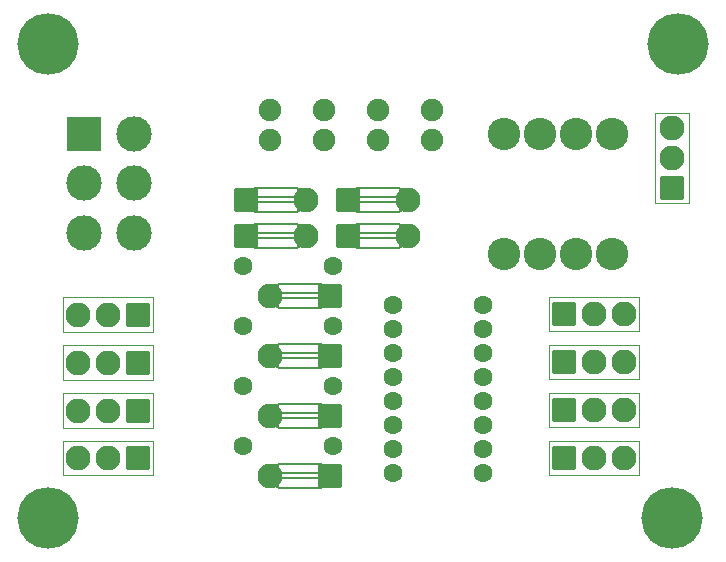
<source format=gbs>
G04 Layer_Color=16711935*
%FSLAX44Y44*%
%MOMM*%
G71*
G01*
G75*
%ADD11C,0.1270*%
%ADD12C,0.0762*%
%ADD28C,2.1082*%
G04:AMPARAMS|DCode=29|XSize=2.1082mm|YSize=2.1082mm|CornerRadius=0.3397mm|HoleSize=0mm|Usage=FLASHONLY|Rotation=180.000|XOffset=0mm|YOffset=0mm|HoleType=Round|Shape=RoundedRectangle|*
%AMROUNDEDRECTD29*
21,1,2.1082,1.4287,0,0,180.0*
21,1,1.4287,2.1082,0,0,180.0*
1,1,0.6795,-0.7144,0.7144*
1,1,0.6795,0.7144,0.7144*
1,1,0.6795,0.7144,-0.7144*
1,1,0.6795,-0.7144,-0.7144*
%
%ADD29ROUNDEDRECTD29*%
G04:AMPARAMS|DCode=30|XSize=2.1082mm|YSize=2.1082mm|CornerRadius=0.3397mm|HoleSize=0mm|Usage=FLASHONLY|Rotation=90.000|XOffset=0mm|YOffset=0mm|HoleType=Round|Shape=RoundedRectangle|*
%AMROUNDEDRECTD30*
21,1,2.1082,1.4287,0,0,90.0*
21,1,1.4287,2.1082,0,0,90.0*
1,1,0.6795,0.7144,0.7144*
1,1,0.6795,0.7144,-0.7144*
1,1,0.6795,-0.7144,-0.7144*
1,1,0.6795,-0.7144,0.7144*
%
%ADD30ROUNDEDRECTD30*%
%ADD31C,5.2032*%
%ADD32C,1.6032*%
%ADD34C,1.9032*%
%ADD35R,3.0032X3.0032*%
%ADD36C,3.0032*%
%ADD37C,2.7432*%
D11*
X511084Y1068946D02*
G03*
X508403Y1063887I3354J-5018D01*
G01*
X508400Y1059550D02*
G03*
X511036Y1054536I6035J-27D01*
G01*
X558400Y1063890D02*
G03*
X555764Y1068904I-6035J27D01*
G01*
X555716Y1054494D02*
G03*
X558397Y1059553I-3354J5018D01*
G01*
X552073Y1071073D02*
G03*
X551400Y1071749I-899J-222D01*
G01*
X551590Y1063749D02*
G03*
X552073Y1071073I-109299J10891D01*
G01*
X515210Y1063749D02*
G03*
X514727Y1071073I-1662643J-106042D01*
G01*
X515400Y1071749D02*
G03*
X514727Y1071073I234J-906D01*
G01*
X551590Y1059691D02*
G03*
X552073Y1052367I1664497J106165D01*
G01*
X551400Y1051691D02*
G03*
X552073Y1052367I-234J906D01*
G01*
X514727Y1052367D02*
G03*
X515400Y1051691I899J222D01*
G01*
X515210Y1059691D02*
G03*
X514727Y1052367I109299J-10891D01*
G01*
X513867Y1063749D02*
G03*
X510900Y1066954I-13254J-9298D01*
G01*
X515400Y1071749D02*
G03*
X510900Y1067249I0J-4500D01*
G01*
X551400Y1051691D02*
G03*
X555900Y1056191I0J4500D01*
G01*
Y1067249D02*
G03*
X551400Y1071749I-4500J0D01*
G01*
X510900Y1056191D02*
G03*
X515400Y1051691I4500J0D01*
G01*
X508400Y1064720D02*
G03*
X508400Y1058720I0J-3000D01*
G01*
X558400D02*
G03*
X558400Y1064720I0J3000D01*
G01*
X424724Y1038466D02*
G03*
X422043Y1033407I3354J-5018D01*
G01*
X422040Y1029070D02*
G03*
X424676Y1024056I6035J-27D01*
G01*
X472040Y1033410D02*
G03*
X469404Y1038424I-6035J27D01*
G01*
X469356Y1024014D02*
G03*
X472037Y1029073I-3354J5018D01*
G01*
X465713Y1040593D02*
G03*
X465040Y1041269I-899J-222D01*
G01*
X465230Y1033269D02*
G03*
X465713Y1040593I-109299J10891D01*
G01*
X428850Y1033269D02*
G03*
X428367Y1040593I-1662643J-106042D01*
G01*
X429040Y1041269D02*
G03*
X428367Y1040593I234J-906D01*
G01*
X465230Y1029211D02*
G03*
X465713Y1021887I1664497J106165D01*
G01*
X465040Y1021211D02*
G03*
X465713Y1021887I-234J906D01*
G01*
X428367Y1021887D02*
G03*
X429040Y1021211I899J222D01*
G01*
X428850Y1029211D02*
G03*
X428367Y1021887I109299J-10891D01*
G01*
X427507Y1033269D02*
G03*
X424540Y1036473I-13254J-9298D01*
G01*
X429040Y1041269D02*
G03*
X424540Y1036769I0J-4500D01*
G01*
X465040Y1021211D02*
G03*
X469540Y1025711I0J4500D01*
G01*
Y1036769D02*
G03*
X465040Y1041269I-4500J0D01*
G01*
X424540Y1025711D02*
G03*
X429040Y1021211I4500J0D01*
G01*
X422040Y1034240D02*
G03*
X422040Y1028240I0J-3000D01*
G01*
X472040D02*
G03*
X472040Y1034240I0J3000D01*
G01*
X511084Y1038466D02*
G03*
X508403Y1033407I3354J-5018D01*
G01*
X508400Y1029070D02*
G03*
X511036Y1024056I6035J-27D01*
G01*
X558400Y1033410D02*
G03*
X555764Y1038424I-6035J27D01*
G01*
X555716Y1024014D02*
G03*
X558397Y1029073I-3354J5018D01*
G01*
X552073Y1040593D02*
G03*
X551400Y1041269I-899J-222D01*
G01*
X551590Y1033269D02*
G03*
X552073Y1040593I-109299J10891D01*
G01*
X515210Y1033269D02*
G03*
X514727Y1040593I-1662643J-106042D01*
G01*
X515400Y1041269D02*
G03*
X514727Y1040593I234J-906D01*
G01*
X551590Y1029211D02*
G03*
X552073Y1021887I1664497J106165D01*
G01*
X551400Y1021211D02*
G03*
X552073Y1021887I-234J906D01*
G01*
X514727Y1021887D02*
G03*
X515400Y1021211I899J222D01*
G01*
X515210Y1029211D02*
G03*
X514727Y1021887I109299J-10891D01*
G01*
X513867Y1033269D02*
G03*
X510900Y1036473I-13254J-9298D01*
G01*
X515400Y1041269D02*
G03*
X510900Y1036769I0J-4500D01*
G01*
X551400Y1021211D02*
G03*
X555900Y1025711I0J4500D01*
G01*
Y1036769D02*
G03*
X551400Y1041269I-4500J0D01*
G01*
X510900Y1025711D02*
G03*
X515400Y1021211I4500J0D01*
G01*
X508400Y1034240D02*
G03*
X508400Y1028240I0J-3000D01*
G01*
X558400D02*
G03*
X558400Y1034240I0J3000D01*
G01*
X424724Y1068946D02*
G03*
X422043Y1063887I3354J-5018D01*
G01*
X422040Y1059550D02*
G03*
X424676Y1054536I6035J-27D01*
G01*
X472040Y1063890D02*
G03*
X469404Y1068904I-6035J27D01*
G01*
X469356Y1054494D02*
G03*
X472037Y1059553I-3354J5018D01*
G01*
X465713Y1071073D02*
G03*
X465040Y1071749I-899J-222D01*
G01*
X465230Y1063749D02*
G03*
X465713Y1071073I-109299J10891D01*
G01*
X428850Y1063749D02*
G03*
X428367Y1071073I-1662643J-106042D01*
G01*
X429040Y1071749D02*
G03*
X428367Y1071073I234J-906D01*
G01*
X465230Y1059691D02*
G03*
X465713Y1052367I1664497J106165D01*
G01*
X465040Y1051691D02*
G03*
X465713Y1052367I-234J906D01*
G01*
X428367Y1052367D02*
G03*
X429040Y1051691I899J222D01*
G01*
X428850Y1059691D02*
G03*
X428367Y1052367I109299J-10891D01*
G01*
X427507Y1063749D02*
G03*
X424540Y1066954I-13254J-9298D01*
G01*
X429040Y1071749D02*
G03*
X424540Y1067249I0J-4500D01*
G01*
X465040Y1051691D02*
G03*
X469540Y1056191I0J4500D01*
G01*
Y1067249D02*
G03*
X465040Y1071749I-4500J0D01*
G01*
X424540Y1056191D02*
G03*
X429040Y1051691I4500J0D01*
G01*
X422040Y1064720D02*
G03*
X422040Y1058720I0J-3000D01*
G01*
X472040D02*
G03*
X472040Y1064720I0J3000D01*
G01*
X489676Y871614D02*
G03*
X492357Y876673I-3354J5018D01*
G01*
X492360Y881010D02*
G03*
X489724Y886024I-6035J27D01*
G01*
X442360Y876670D02*
G03*
X444996Y871656I6035J-27D01*
G01*
X445044Y886066D02*
G03*
X442363Y881007I3354J-5018D01*
G01*
X448687Y869487D02*
G03*
X449360Y868811I899J222D01*
G01*
X449170Y876811D02*
G03*
X448687Y869487I109299J-10891D01*
G01*
X485550Y876811D02*
G03*
X486033Y869487I1662643J106042D01*
G01*
X485360Y868811D02*
G03*
X486033Y869487I-234J906D01*
G01*
X449170Y880869D02*
G03*
X448687Y888193I-1664497J-106165D01*
G01*
X449360Y888869D02*
G03*
X448687Y888193I234J-906D01*
G01*
X486033Y888193D02*
G03*
X485360Y888869I-899J-222D01*
G01*
X485550Y880869D02*
G03*
X486033Y888193I-109299J10891D01*
G01*
X486893Y876811D02*
G03*
X489860Y873606I13254J9298D01*
G01*
X485360Y868811D02*
G03*
X489860Y873311I0J4500D01*
G01*
X449360Y888869D02*
G03*
X444860Y884369I0J-4500D01*
G01*
Y873311D02*
G03*
X449360Y868811I4500J0D01*
G01*
X489860Y884369D02*
G03*
X485360Y888869I-4500J0D01*
G01*
X492360Y875840D02*
G03*
X492360Y881840I0J3000D01*
G01*
X442360D02*
G03*
X442360Y875840I0J-3000D01*
G01*
X489676Y820814D02*
G03*
X492357Y825873I-3354J5018D01*
G01*
X492360Y830210D02*
G03*
X489724Y835224I-6035J27D01*
G01*
X442360Y825870D02*
G03*
X444996Y820856I6035J-27D01*
G01*
X445044Y835266D02*
G03*
X442363Y830207I3354J-5018D01*
G01*
X448687Y818687D02*
G03*
X449360Y818011I899J222D01*
G01*
X449170Y826011D02*
G03*
X448687Y818687I109299J-10891D01*
G01*
X485550Y826011D02*
G03*
X486033Y818687I1662643J106042D01*
G01*
X485360Y818011D02*
G03*
X486033Y818687I-234J906D01*
G01*
X449170Y830069D02*
G03*
X448687Y837393I-1664497J-106165D01*
G01*
X449360Y838069D02*
G03*
X448687Y837393I234J-906D01*
G01*
X486033Y837393D02*
G03*
X485360Y838069I-899J-222D01*
G01*
X485550Y830069D02*
G03*
X486033Y837393I-109299J10891D01*
G01*
X486893Y826011D02*
G03*
X489860Y822806I13254J9298D01*
G01*
X485360Y818011D02*
G03*
X489860Y822511I0J4500D01*
G01*
X449360Y838069D02*
G03*
X444860Y833569I0J-4500D01*
G01*
Y822511D02*
G03*
X449360Y818011I4500J0D01*
G01*
X489860Y833569D02*
G03*
X485360Y838069I-4500J0D01*
G01*
X492360Y825040D02*
G03*
X492360Y831040I0J3000D01*
G01*
X442360D02*
G03*
X442360Y825040I0J-3000D01*
G01*
X489676Y922414D02*
G03*
X492357Y927473I-3354J5018D01*
G01*
X492360Y931810D02*
G03*
X489724Y936824I-6035J27D01*
G01*
X442360Y927470D02*
G03*
X444996Y922456I6035J-27D01*
G01*
X445044Y936866D02*
G03*
X442363Y931807I3354J-5018D01*
G01*
X448687Y920287D02*
G03*
X449360Y919611I899J222D01*
G01*
X449170Y927611D02*
G03*
X448687Y920287I109299J-10891D01*
G01*
X485550Y927611D02*
G03*
X486033Y920287I1662643J106042D01*
G01*
X485360Y919611D02*
G03*
X486033Y920287I-234J906D01*
G01*
X449170Y931669D02*
G03*
X448687Y938993I-1664497J-106165D01*
G01*
X449360Y939669D02*
G03*
X448687Y938993I234J-906D01*
G01*
X486033Y938993D02*
G03*
X485360Y939669I-899J-222D01*
G01*
X485550Y931669D02*
G03*
X486033Y938993I-109299J10891D01*
G01*
X486893Y927611D02*
G03*
X489860Y924407I13254J9298D01*
G01*
X485360Y919611D02*
G03*
X489860Y924111I0J4500D01*
G01*
X449360Y939669D02*
G03*
X444860Y935169I0J-4500D01*
G01*
Y924111D02*
G03*
X449360Y919611I4500J0D01*
G01*
X489860Y935169D02*
G03*
X485360Y939669I-4500J0D01*
G01*
X492360Y926640D02*
G03*
X492360Y932640I0J3000D01*
G01*
X442360D02*
G03*
X442360Y926640I0J-3000D01*
G01*
X489676Y973214D02*
G03*
X492357Y978273I-3354J5018D01*
G01*
X492360Y982610D02*
G03*
X489724Y987624I-6035J27D01*
G01*
X442360Y978270D02*
G03*
X444996Y973256I6035J-27D01*
G01*
X445044Y987666D02*
G03*
X442363Y982607I3354J-5018D01*
G01*
X448687Y971087D02*
G03*
X449360Y970411I899J222D01*
G01*
X449170Y978411D02*
G03*
X448687Y971087I109299J-10891D01*
G01*
X485550Y978411D02*
G03*
X486033Y971087I1662643J106042D01*
G01*
X485360Y970411D02*
G03*
X486033Y971087I-234J906D01*
G01*
X449170Y982469D02*
G03*
X448687Y989793I-1664497J-106165D01*
G01*
X449360Y990469D02*
G03*
X448687Y989793I234J-906D01*
G01*
X486033Y989793D02*
G03*
X485360Y990469I-899J-222D01*
G01*
X485550Y982469D02*
G03*
X486033Y989793I-109299J10891D01*
G01*
X486893Y978411D02*
G03*
X489860Y975207I13254J9298D01*
G01*
X485360Y970411D02*
G03*
X489860Y974911I0J4500D01*
G01*
X449360Y990469D02*
G03*
X444860Y985969I0J-4500D01*
G01*
Y974911D02*
G03*
X449360Y970411I4500J0D01*
G01*
X489860Y985969D02*
G03*
X485360Y990469I-4500J0D01*
G01*
X492360Y977440D02*
G03*
X492360Y983440I0J3000D01*
G01*
X442360D02*
G03*
X442360Y977440I0J-3000D01*
G01*
X511082Y1054495D02*
X511150Y1054448D01*
X511353Y1054299D01*
X511101Y1068958D02*
X511340Y1069130D01*
X511085Y1068946D02*
X511101Y1068958D01*
X555650Y1068991D02*
X555721Y1068948D01*
X555447Y1069141D02*
X555650Y1068991D01*
X555460Y1054310D02*
X555699Y1054482D01*
X555715Y1054494D01*
X552933Y1059690D02*
X552962Y1059493D01*
X553068Y1059260D01*
X553257Y1059007D01*
X553466Y1058793D01*
X554133Y1058231D01*
X554745Y1057754D01*
X555265Y1057325D01*
X555647Y1056952D01*
X555835Y1056696D01*
X555900Y1056487D01*
X555801Y1066687D02*
X555900Y1066953D01*
X555499Y1066333D02*
X555801Y1066687D01*
X554969Y1065866D02*
X555499Y1066333D01*
X554234Y1065288D02*
X554969Y1065866D01*
X553855Y1064988D02*
X554234Y1065288D01*
X553464Y1064645D02*
X553855Y1064988D01*
X553231Y1064403D02*
X553464Y1064645D01*
X553023Y1064100D02*
X553231Y1064403D01*
X552950Y1063904D02*
X553023Y1064100D01*
X552933Y1063749D02*
X552950Y1063904D01*
X510900Y1056487D02*
X510925Y1056609D01*
X510999Y1056753D01*
X511125Y1056920D01*
X511301Y1057107D01*
X511540Y1057329D01*
X511831Y1057574D01*
X512176Y1057849D01*
X512566Y1058152D01*
X512942Y1058451D01*
X513336Y1058795D01*
X513454Y1058912D01*
X513569Y1059038D01*
X513679Y1059178D01*
X513777Y1059341D01*
X513818Y1059434D01*
X513850Y1059536D01*
X513863Y1059612D01*
X513867Y1059690D01*
X508400Y1059550D02*
X508403Y1063887D01*
X558397Y1059553D02*
X558400Y1063890D01*
X513867Y1063749D02*
X552933D01*
X515400Y1071749D02*
X551400D01*
X515400Y1051691D02*
X551400D01*
X513867Y1059690D02*
X552933D01*
X551590D02*
Y1063749D01*
X515210Y1059690D02*
Y1063749D01*
X513867Y1059690D02*
Y1063749D01*
X552933Y1059690D02*
Y1063749D01*
X555900Y1056190D02*
Y1067250D01*
X510900Y1056190D02*
Y1067250D01*
X424721Y1024015D02*
X424790Y1023969D01*
X424993Y1023819D01*
X424741Y1038477D02*
X424980Y1038650D01*
X424725Y1038466D02*
X424741Y1038477D01*
X469290Y1038512D02*
X469361Y1038468D01*
X469087Y1038661D02*
X469290Y1038512D01*
X469100Y1023830D02*
X469339Y1024003D01*
X469355Y1024014D01*
X466573Y1029211D02*
X466602Y1029013D01*
X466708Y1028780D01*
X466897Y1028527D01*
X467106Y1028313D01*
X467774Y1027750D01*
X468385Y1027274D01*
X468905Y1026845D01*
X469287Y1026472D01*
X469475Y1026216D01*
X469540Y1026007D01*
X469441Y1036207D02*
X469540Y1036473D01*
X469140Y1035853D02*
X469441Y1036207D01*
X468609Y1035386D02*
X469140Y1035853D01*
X467874Y1034808D02*
X468609Y1035386D01*
X467495Y1034509D02*
X467874Y1034808D01*
X467104Y1034165D02*
X467495Y1034509D01*
X466871Y1033923D02*
X467104Y1034165D01*
X466663Y1033620D02*
X466871Y1033923D01*
X466590Y1033424D02*
X466663Y1033620D01*
X466573Y1033270D02*
X466590Y1033424D01*
X424540Y1026007D02*
X424565Y1026130D01*
X424639Y1026273D01*
X424765Y1026440D01*
X424940Y1026627D01*
X425180Y1026849D01*
X425471Y1027094D01*
X425816Y1027368D01*
X426206Y1027672D01*
X426582Y1027971D01*
X426977Y1028315D01*
X427094Y1028432D01*
X427209Y1028558D01*
X427319Y1028699D01*
X427417Y1028860D01*
X427458Y1028953D01*
X427490Y1029056D01*
X427503Y1029132D01*
X427507Y1029211D01*
X422040Y1029070D02*
X422043Y1033407D01*
X472037Y1029073D02*
X472040Y1033410D01*
X427507Y1033270D02*
X466573D01*
X429040Y1041269D02*
X465040D01*
X429040Y1021211D02*
X465040D01*
X427507Y1029211D02*
X466573D01*
X465230D02*
Y1033270D01*
X428850Y1029211D02*
Y1033270D01*
X427507Y1029211D02*
Y1033270D01*
X466573Y1029211D02*
Y1033270D01*
X469540Y1025710D02*
Y1036770D01*
X424540Y1025710D02*
Y1036770D01*
X511082Y1024015D02*
X511150Y1023969D01*
X511353Y1023819D01*
X511101Y1038477D02*
X511340Y1038650D01*
X511085Y1038466D02*
X511101Y1038477D01*
X555650Y1038512D02*
X555721Y1038468D01*
X555447Y1038661D02*
X555650Y1038512D01*
X555460Y1023830D02*
X555699Y1024003D01*
X555715Y1024014D01*
X552933Y1029211D02*
X552962Y1029013D01*
X553068Y1028780D01*
X553257Y1028527D01*
X553466Y1028313D01*
X554133Y1027750D01*
X554745Y1027274D01*
X555265Y1026845D01*
X555647Y1026472D01*
X555835Y1026216D01*
X555900Y1026007D01*
X555801Y1036207D02*
X555900Y1036473D01*
X555499Y1035853D02*
X555801Y1036207D01*
X554969Y1035386D02*
X555499Y1035853D01*
X554234Y1034808D02*
X554969Y1035386D01*
X553855Y1034509D02*
X554234Y1034808D01*
X553464Y1034165D02*
X553855Y1034509D01*
X553231Y1033923D02*
X553464Y1034165D01*
X553023Y1033620D02*
X553231Y1033923D01*
X552950Y1033424D02*
X553023Y1033620D01*
X552933Y1033270D02*
X552950Y1033424D01*
X510900Y1026007D02*
X510925Y1026130D01*
X510999Y1026273D01*
X511125Y1026440D01*
X511301Y1026627D01*
X511540Y1026849D01*
X511831Y1027094D01*
X512176Y1027368D01*
X512566Y1027672D01*
X512942Y1027971D01*
X513336Y1028315D01*
X513454Y1028432D01*
X513569Y1028558D01*
X513679Y1028699D01*
X513777Y1028860D01*
X513818Y1028953D01*
X513850Y1029056D01*
X513863Y1029132D01*
X513867Y1029211D01*
X508400Y1029070D02*
X508403Y1033407D01*
X558397Y1029073D02*
X558400Y1033410D01*
X513867Y1033270D02*
X552933D01*
X515400Y1041269D02*
X551400D01*
X515400Y1021211D02*
X551400D01*
X513867Y1029211D02*
X552933D01*
X551590D02*
Y1033270D01*
X515210Y1029211D02*
Y1033270D01*
X513867Y1029211D02*
Y1033270D01*
X552933Y1029211D02*
Y1033270D01*
X555900Y1025710D02*
Y1036770D01*
X510900Y1025710D02*
Y1036770D01*
X424721Y1054495D02*
X424790Y1054448D01*
X424993Y1054299D01*
X424741Y1068958D02*
X424980Y1069130D01*
X424725Y1068946D02*
X424741Y1068958D01*
X469290Y1068991D02*
X469361Y1068948D01*
X469087Y1069141D02*
X469290Y1068991D01*
X469100Y1054310D02*
X469339Y1054482D01*
X469355Y1054494D01*
X466573Y1059690D02*
X466602Y1059493D01*
X466708Y1059260D01*
X466897Y1059007D01*
X467106Y1058793D01*
X467774Y1058231D01*
X468385Y1057754D01*
X468905Y1057325D01*
X469287Y1056952D01*
X469475Y1056696D01*
X469540Y1056487D01*
X469441Y1066687D02*
X469540Y1066953D01*
X469140Y1066333D02*
X469441Y1066687D01*
X468609Y1065866D02*
X469140Y1066333D01*
X467874Y1065288D02*
X468609Y1065866D01*
X467495Y1064988D02*
X467874Y1065288D01*
X467104Y1064645D02*
X467495Y1064988D01*
X466871Y1064403D02*
X467104Y1064645D01*
X466663Y1064100D02*
X466871Y1064403D01*
X466590Y1063904D02*
X466663Y1064100D01*
X466573Y1063749D02*
X466590Y1063904D01*
X424540Y1056487D02*
X424565Y1056609D01*
X424639Y1056753D01*
X424765Y1056920D01*
X424940Y1057107D01*
X425180Y1057329D01*
X425471Y1057574D01*
X425816Y1057849D01*
X426206Y1058152D01*
X426582Y1058451D01*
X426977Y1058795D01*
X427094Y1058912D01*
X427209Y1059038D01*
X427319Y1059178D01*
X427417Y1059341D01*
X427458Y1059434D01*
X427490Y1059536D01*
X427503Y1059612D01*
X427507Y1059690D01*
X422040Y1059550D02*
X422043Y1063887D01*
X472037Y1059553D02*
X472040Y1063890D01*
X427507Y1063749D02*
X466573D01*
X429040Y1071749D02*
X465040D01*
X429040Y1051691D02*
X465040D01*
X427507Y1059690D02*
X466573D01*
X465230D02*
Y1063749D01*
X428850Y1059690D02*
Y1063749D01*
X427507Y1059690D02*
Y1063749D01*
X466573Y1059690D02*
Y1063749D01*
X469540Y1056190D02*
Y1067250D01*
X424540Y1056190D02*
Y1067250D01*
X489610Y886112D02*
X489678Y886065D01*
X489407Y886261D02*
X489610Y886112D01*
X489420Y871430D02*
X489659Y871602D01*
X489675Y871614D01*
X445039Y871612D02*
X445110Y871569D01*
X445313Y871419D01*
X445061Y886077D02*
X445300Y886250D01*
X445045Y886066D02*
X445061Y886077D01*
X447798Y881067D02*
X447827Y880870D01*
X447692Y881300D02*
X447798Y881067D01*
X447503Y881553D02*
X447692Y881300D01*
X447294Y881767D02*
X447503Y881553D01*
X446627Y882329D02*
X447294Y881767D01*
X446015Y882806D02*
X446627Y882329D01*
X445495Y883235D02*
X446015Y882806D01*
X445113Y883608D02*
X445495Y883235D01*
X444925Y883864D02*
X445113Y883608D01*
X444860Y884073D02*
X444925Y883864D01*
X444860Y873607D02*
X444959Y873873D01*
X445261Y874227D01*
X445791Y874694D01*
X446526Y875272D01*
X446905Y875572D01*
X447296Y875915D01*
X447529Y876158D01*
X447737Y876460D01*
X447810Y876656D01*
X447827Y876811D01*
X489835Y883951D02*
X489860Y884073D01*
X489761Y883807D02*
X489835Y883951D01*
X489635Y883640D02*
X489761Y883807D01*
X489459Y883453D02*
X489635Y883640D01*
X489221Y883231D02*
X489459Y883453D01*
X488929Y882986D02*
X489221Y883231D01*
X488584Y882711D02*
X488929Y882986D01*
X488194Y882408D02*
X488584Y882711D01*
X487818Y882109D02*
X488194Y882408D01*
X487424Y881765D02*
X487818Y882109D01*
X487306Y881648D02*
X487424Y881765D01*
X487191Y881523D02*
X487306Y881648D01*
X487081Y881382D02*
X487191Y881523D01*
X486983Y881219D02*
X487081Y881382D01*
X486942Y881126D02*
X486983Y881219D01*
X486910Y881024D02*
X486942Y881126D01*
X486897Y880948D02*
X486910Y881024D01*
X486893Y880870D02*
X486897Y880948D01*
X492357Y876673D02*
X492360Y881010D01*
X442360Y876670D02*
X442363Y881007D01*
X447827Y876811D02*
X486893D01*
X449360Y868811D02*
X485360D01*
X449360Y888869D02*
X485360D01*
X447827Y880870D02*
X486893D01*
X449170Y876811D02*
Y880870D01*
X485550Y876811D02*
Y880870D01*
X486893Y876811D02*
Y880870D01*
X447827Y876811D02*
Y880870D01*
X444860Y873310D02*
Y884370D01*
X489860Y873310D02*
Y884370D01*
X489610Y835312D02*
X489678Y835265D01*
X489407Y835461D02*
X489610Y835312D01*
X489420Y820630D02*
X489659Y820803D01*
X489675Y820814D01*
X445039Y820812D02*
X445110Y820769D01*
X445313Y820619D01*
X445061Y835277D02*
X445300Y835450D01*
X445045Y835266D02*
X445061Y835277D01*
X447798Y830267D02*
X447827Y830070D01*
X447692Y830500D02*
X447798Y830267D01*
X447503Y830753D02*
X447692Y830500D01*
X447294Y830967D02*
X447503Y830753D01*
X446627Y831529D02*
X447294Y830967D01*
X446015Y832006D02*
X446627Y831529D01*
X445495Y832435D02*
X446015Y832006D01*
X445113Y832808D02*
X445495Y832435D01*
X444925Y833064D02*
X445113Y832808D01*
X444860Y833273D02*
X444925Y833064D01*
X444860Y822807D02*
X444959Y823073D01*
X445261Y823427D01*
X445791Y823894D01*
X446526Y824472D01*
X446905Y824771D01*
X447296Y825115D01*
X447529Y825358D01*
X447737Y825660D01*
X447810Y825856D01*
X447827Y826011D01*
X489835Y833150D02*
X489860Y833273D01*
X489761Y833007D02*
X489835Y833150D01*
X489635Y832840D02*
X489761Y833007D01*
X489459Y832653D02*
X489635Y832840D01*
X489221Y832431D02*
X489459Y832653D01*
X488929Y832186D02*
X489221Y832431D01*
X488584Y831911D02*
X488929Y832186D01*
X488194Y831608D02*
X488584Y831911D01*
X487818Y831309D02*
X488194Y831608D01*
X487424Y830965D02*
X487818Y831309D01*
X487306Y830848D02*
X487424Y830965D01*
X487191Y830723D02*
X487306Y830848D01*
X487081Y830582D02*
X487191Y830723D01*
X486983Y830419D02*
X487081Y830582D01*
X486942Y830327D02*
X486983Y830419D01*
X486910Y830224D02*
X486942Y830327D01*
X486897Y830148D02*
X486910Y830224D01*
X486893Y830070D02*
X486897Y830148D01*
X492357Y825873D02*
X492360Y830210D01*
X442360Y825870D02*
X442363Y830207D01*
X447827Y826011D02*
X486893D01*
X449360Y818011D02*
X485360D01*
X449360Y838069D02*
X485360D01*
X447827Y830070D02*
X486893D01*
X449170Y826011D02*
Y830070D01*
X485550Y826011D02*
Y830070D01*
X486893Y826011D02*
Y830070D01*
X447827Y826011D02*
Y830070D01*
X444860Y822510D02*
Y833570D01*
X489860Y822510D02*
Y833570D01*
X489610Y936911D02*
X489678Y936865D01*
X489407Y937061D02*
X489610Y936911D01*
X489420Y922230D02*
X489659Y922402D01*
X489675Y922414D01*
X445039Y922412D02*
X445110Y922368D01*
X445313Y922219D01*
X445061Y936878D02*
X445300Y937050D01*
X445045Y936866D02*
X445061Y936878D01*
X447798Y931867D02*
X447827Y931669D01*
X447692Y932100D02*
X447798Y931867D01*
X447503Y932353D02*
X447692Y932100D01*
X447294Y932567D02*
X447503Y932353D01*
X446627Y933130D02*
X447294Y932567D01*
X446015Y933606D02*
X446627Y933130D01*
X445495Y934035D02*
X446015Y933606D01*
X445113Y934408D02*
X445495Y934035D01*
X444925Y934664D02*
X445113Y934408D01*
X444860Y934873D02*
X444925Y934664D01*
X444860Y924407D02*
X444959Y924673D01*
X445261Y925027D01*
X445791Y925494D01*
X446526Y926072D01*
X446905Y926372D01*
X447296Y926715D01*
X447529Y926958D01*
X447737Y927261D01*
X447810Y927456D01*
X447827Y927610D01*
X489835Y934751D02*
X489860Y934873D01*
X489761Y934607D02*
X489835Y934751D01*
X489635Y934440D02*
X489761Y934607D01*
X489459Y934253D02*
X489635Y934440D01*
X489221Y934031D02*
X489459Y934253D01*
X488929Y933786D02*
X489221Y934031D01*
X488584Y933512D02*
X488929Y933786D01*
X488194Y933208D02*
X488584Y933512D01*
X487818Y932909D02*
X488194Y933208D01*
X487424Y932565D02*
X487818Y932909D01*
X487306Y932448D02*
X487424Y932565D01*
X487191Y932323D02*
X487306Y932448D01*
X487081Y932181D02*
X487191Y932323D01*
X486983Y932020D02*
X487081Y932181D01*
X486942Y931926D02*
X486983Y932020D01*
X486910Y931824D02*
X486942Y931926D01*
X486897Y931748D02*
X486910Y931824D01*
X486893Y931669D02*
X486897Y931748D01*
X492357Y927473D02*
X492360Y931810D01*
X442360Y927470D02*
X442363Y931807D01*
X447827Y927610D02*
X486893D01*
X449360Y919611D02*
X485360D01*
X449360Y939669D02*
X485360D01*
X447827Y931669D02*
X486893D01*
X449170Y927610D02*
Y931669D01*
X485550Y927610D02*
Y931669D01*
X486893Y927610D02*
Y931669D01*
X447827Y927610D02*
Y931669D01*
X444860Y924110D02*
Y935170D01*
X489860Y924110D02*
Y935170D01*
X489610Y987711D02*
X489678Y987665D01*
X489407Y987861D02*
X489610Y987711D01*
X489420Y973030D02*
X489659Y973203D01*
X489675Y973214D01*
X445039Y973212D02*
X445110Y973168D01*
X445313Y973019D01*
X445061Y987678D02*
X445300Y987850D01*
X445045Y987666D02*
X445061Y987678D01*
X447798Y982667D02*
X447827Y982469D01*
X447692Y982900D02*
X447798Y982667D01*
X447503Y983153D02*
X447692Y982900D01*
X447294Y983367D02*
X447503Y983153D01*
X446627Y983930D02*
X447294Y983367D01*
X446015Y984406D02*
X446627Y983930D01*
X445495Y984835D02*
X446015Y984406D01*
X445113Y985208D02*
X445495Y984835D01*
X444925Y985464D02*
X445113Y985208D01*
X444860Y985673D02*
X444925Y985464D01*
X444860Y975207D02*
X444959Y975473D01*
X445261Y975827D01*
X445791Y976294D01*
X446526Y976872D01*
X446905Y977171D01*
X447296Y977515D01*
X447529Y977758D01*
X447737Y978061D01*
X447810Y978256D01*
X447827Y978410D01*
X489835Y985551D02*
X489860Y985673D01*
X489761Y985407D02*
X489835Y985551D01*
X489635Y985240D02*
X489761Y985407D01*
X489459Y985053D02*
X489635Y985240D01*
X489221Y984831D02*
X489459Y985053D01*
X488929Y984586D02*
X489221Y984831D01*
X488584Y984312D02*
X488929Y984586D01*
X488194Y984008D02*
X488584Y984312D01*
X487818Y983709D02*
X488194Y984008D01*
X487424Y983365D02*
X487818Y983709D01*
X487306Y983248D02*
X487424Y983365D01*
X487191Y983123D02*
X487306Y983248D01*
X487081Y982981D02*
X487191Y983123D01*
X486983Y982820D02*
X487081Y982981D01*
X486942Y982727D02*
X486983Y982820D01*
X486910Y982624D02*
X486942Y982727D01*
X486897Y982548D02*
X486910Y982624D01*
X486893Y982469D02*
X486897Y982548D01*
X492357Y978273D02*
X492360Y982610D01*
X442360Y978270D02*
X442363Y982607D01*
X447827Y978410D02*
X486893D01*
X449360Y970411D02*
X485360D01*
X449360Y990469D02*
X485360D01*
X447827Y982469D02*
X486893D01*
X449170Y978410D02*
Y982469D01*
X485550Y978410D02*
Y982469D01*
X486893Y978410D02*
Y982469D01*
X447827Y978410D02*
Y982469D01*
X444860Y974910D02*
Y985970D01*
X489860Y974910D02*
Y985970D01*
D12*
X796918Y1059180D02*
Y1135380D01*
X767718D02*
X796918D01*
X767718Y1059180D02*
Y1135380D01*
Y1059180D02*
X796918D01*
X678180Y828682D02*
X754380D01*
Y857883D01*
X678180D02*
X754380D01*
X678180Y828682D02*
Y857883D01*
Y869322D02*
X754380D01*
Y898522D01*
X678180D02*
X754380D01*
X678180Y869322D02*
Y898522D01*
Y909962D02*
X754380D01*
Y939163D01*
X678180D02*
X754380D01*
X678180Y909962D02*
Y939163D01*
Y950602D02*
X754380D01*
Y979802D01*
X678180D02*
X754380D01*
X678180Y950602D02*
Y979802D01*
X266700Y857878D02*
X342900D01*
X266700Y828678D02*
Y857878D01*
Y828678D02*
X342900D01*
Y857878D01*
X266700Y897876D02*
X342900D01*
X266700Y868675D02*
Y897876D01*
Y868675D02*
X342900D01*
Y897876D01*
X266700Y938516D02*
X342900D01*
X266700Y909315D02*
Y938516D01*
Y909315D02*
X342900D01*
Y938516D01*
X266700Y979156D02*
X342900D01*
X266700Y949955D02*
Y979156D01*
Y949955D02*
X342900D01*
Y979156D01*
D28*
X782320Y1122680D02*
D03*
Y1097280D02*
D03*
X741680Y843280D02*
D03*
X716280D02*
D03*
X741680Y883920D02*
D03*
X716280D02*
D03*
X741680Y924560D02*
D03*
X716280D02*
D03*
X741680Y965200D02*
D03*
X716280D02*
D03*
X279400Y843280D02*
D03*
X304800D02*
D03*
X279400Y883278D02*
D03*
X304800D02*
D03*
X279400Y923918D02*
D03*
X304800D02*
D03*
X279400Y964558D02*
D03*
X304800D02*
D03*
X558400Y1061720D02*
D03*
X472040Y1031240D02*
D03*
X558400D02*
D03*
X472040Y1061720D02*
D03*
X442360Y878840D02*
D03*
Y828040D02*
D03*
Y929640D02*
D03*
Y980440D02*
D03*
D29*
X782320Y1071880D02*
D03*
X508400Y1061720D02*
D03*
X422040Y1031240D02*
D03*
X508400D02*
D03*
X422040Y1061720D02*
D03*
X492360Y878840D02*
D03*
Y828040D02*
D03*
Y929640D02*
D03*
Y980440D02*
D03*
D30*
X690880Y843280D02*
D03*
Y883920D02*
D03*
Y924560D02*
D03*
Y965200D02*
D03*
X330200Y843280D02*
D03*
Y883278D02*
D03*
Y923918D02*
D03*
Y964558D02*
D03*
D31*
X782320Y792480D02*
D03*
X254000D02*
D03*
X787400Y1193800D02*
D03*
X254000D02*
D03*
D32*
X622300Y830580D02*
D03*
X546100D02*
D03*
X622300Y871220D02*
D03*
X546100D02*
D03*
X622300Y911860D02*
D03*
X546100D02*
D03*
X622300Y952500D02*
D03*
X546100D02*
D03*
Y850900D02*
D03*
X622300D02*
D03*
X546100Y891540D02*
D03*
X622300D02*
D03*
X546100Y932180D02*
D03*
X622300D02*
D03*
X546100Y972820D02*
D03*
X622300D02*
D03*
X495300Y853440D02*
D03*
X419100D02*
D03*
X495300Y904240D02*
D03*
X419100D02*
D03*
X495300Y955040D02*
D03*
X419100D02*
D03*
X495300Y1005840D02*
D03*
X419100D02*
D03*
D34*
X579120Y1137920D02*
D03*
Y1112520D02*
D03*
X533400Y1137920D02*
D03*
Y1112520D02*
D03*
X487680Y1137920D02*
D03*
Y1112520D02*
D03*
X441960Y1137920D02*
D03*
Y1112520D02*
D03*
D35*
X284480Y1117600D02*
D03*
D36*
Y1075600D02*
D03*
Y1033600D02*
D03*
X326480Y1117600D02*
D03*
Y1075600D02*
D03*
Y1033600D02*
D03*
D37*
X731520Y1016000D02*
D03*
Y1117600D02*
D03*
X701040Y1016000D02*
D03*
Y1117600D02*
D03*
X670560Y1016000D02*
D03*
Y1117600D02*
D03*
X640080Y1016000D02*
D03*
Y1117600D02*
D03*
M02*

</source>
